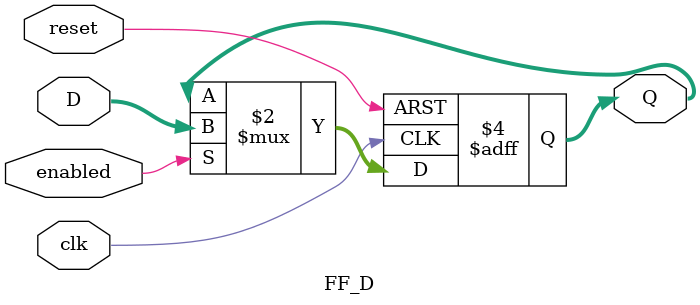
<source format=v>


module FF_D (input clk, reset, enabled, input [3:0] D, output reg [3:0] Q);

    always @ (posedge clk, posedge reset)
        if (reset)
            Q <= 4'b0000;
        else if (enabled)
            Q <= D;

endmodule

</source>
